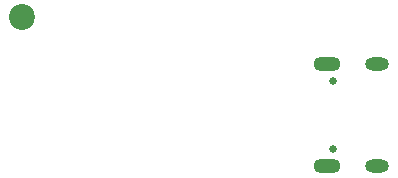
<source format=gbr>
%TF.GenerationSoftware,KiCad,Pcbnew,7.0.7*%
%TF.CreationDate,2024-04-13T16:38:44+09:00*%
%TF.ProjectId,Wi-SUN_Board,57692d53-554e-45f4-926f-6172642e6b69,0.1.2*%
%TF.SameCoordinates,Original*%
%TF.FileFunction,Soldermask,Bot*%
%TF.FilePolarity,Negative*%
%FSLAX46Y46*%
G04 Gerber Fmt 4.6, Leading zero omitted, Abs format (unit mm)*
G04 Created by KiCad (PCBNEW 7.0.7) date 2024-04-13 16:38:44*
%MOMM*%
%LPD*%
G01*
G04 APERTURE LIST*
%ADD10C,2.200000*%
%ADD11C,0.650000*%
%ADD12O,2.304000X1.254000*%
%ADD13O,2.004000X1.104000*%
G04 APERTURE END LIST*
D10*
%TO.C,*%
X162500000Y-114500000D03*
%TD*%
D11*
%TO.C,J2*%
X188820000Y-125710000D03*
X188820000Y-119930000D03*
D12*
X188320000Y-127140000D03*
X188320000Y-118500000D03*
D13*
X192500000Y-127140000D03*
X192500000Y-118500000D03*
%TD*%
M02*

</source>
